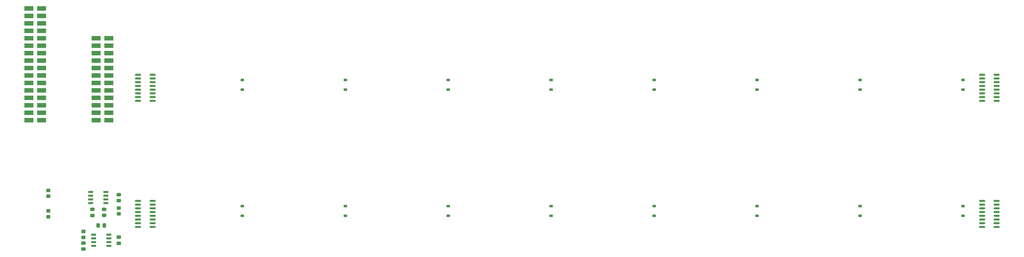
<source format=gbr>
%TF.GenerationSoftware,KiCad,Pcbnew,7.0.7*%
%TF.CreationDate,2024-01-26T16:38:04-05:00*%
%TF.ProjectId,midi-controller_main-board,6d696469-2d63-46f6-9e74-726f6c6c6572,rev?*%
%TF.SameCoordinates,Original*%
%TF.FileFunction,Paste,Top*%
%TF.FilePolarity,Positive*%
%FSLAX46Y46*%
G04 Gerber Fmt 4.6, Leading zero omitted, Abs format (unit mm)*
G04 Created by KiCad (PCBNEW 7.0.7) date 2024-01-26 16:38:04*
%MOMM*%
%LPD*%
G01*
G04 APERTURE LIST*
G04 Aperture macros list*
%AMRoundRect*
0 Rectangle with rounded corners*
0 $1 Rounding radius*
0 $2 $3 $4 $5 $6 $7 $8 $9 X,Y pos of 4 corners*
0 Add a 4 corners polygon primitive as box body*
4,1,4,$2,$3,$4,$5,$6,$7,$8,$9,$2,$3,0*
0 Add four circle primitives for the rounded corners*
1,1,$1+$1,$2,$3*
1,1,$1+$1,$4,$5*
1,1,$1+$1,$6,$7*
1,1,$1+$1,$8,$9*
0 Add four rect primitives between the rounded corners*
20,1,$1+$1,$2,$3,$4,$5,0*
20,1,$1+$1,$4,$5,$6,$7,0*
20,1,$1+$1,$6,$7,$8,$9,0*
20,1,$1+$1,$8,$9,$2,$3,0*%
G04 Aperture macros list end*
%ADD10RoundRect,0.250000X-0.450000X0.350000X-0.450000X-0.350000X0.450000X-0.350000X0.450000X0.350000X0*%
%ADD11RoundRect,0.250000X-0.475000X0.337500X-0.475000X-0.337500X0.475000X-0.337500X0.475000X0.337500X0*%
%ADD12RoundRect,0.225000X0.375000X-0.225000X0.375000X0.225000X-0.375000X0.225000X-0.375000X-0.225000X0*%
%ADD13RoundRect,0.250000X0.475000X-0.337500X0.475000X0.337500X-0.475000X0.337500X-0.475000X-0.337500X0*%
%ADD14RoundRect,0.250000X0.337500X0.475000X-0.337500X0.475000X-0.337500X-0.475000X0.337500X-0.475000X0*%
%ADD15R,3.048000X1.524000*%
%ADD16RoundRect,0.150000X0.825000X0.150000X-0.825000X0.150000X-0.825000X-0.150000X0.825000X-0.150000X0*%
%ADD17RoundRect,0.150000X-0.825000X-0.150000X0.825000X-0.150000X0.825000X0.150000X-0.825000X0.150000X0*%
%ADD18RoundRect,0.250000X0.450000X-0.350000X0.450000X0.350000X-0.450000X0.350000X-0.450000X-0.350000X0*%
%ADD19RoundRect,0.150000X-0.725000X-0.150000X0.725000X-0.150000X0.725000X0.150000X-0.725000X0.150000X0*%
%ADD20RoundRect,0.150000X0.725000X0.150000X-0.725000X0.150000X-0.725000X-0.150000X0.725000X-0.150000X0*%
G04 APERTURE END LIST*
D10*
%TO.C,R3*%
X59178000Y-164554000D03*
X59178000Y-166554000D03*
%TD*%
D11*
%TO.C,C2*%
X78178000Y-170976500D03*
X78178000Y-173051500D03*
%TD*%
D12*
%TO.C,D5*%
X265178000Y-130204000D03*
X265178000Y-126904000D03*
%TD*%
%TO.C,D8*%
X370178000Y-130204000D03*
X370178000Y-126904000D03*
%TD*%
D13*
%TO.C,C5*%
X83178000Y-182591500D03*
X83178000Y-180516500D03*
%TD*%
D12*
%TO.C,D2*%
X160178000Y-130204000D03*
X160178000Y-126904000D03*
%TD*%
D14*
%TO.C,C7*%
X78215500Y-176554000D03*
X76140500Y-176554000D03*
%TD*%
D13*
%TO.C,C6*%
X71178000Y-184591500D03*
X71178000Y-182516500D03*
%TD*%
D15*
%TO.C,A1*%
X52589000Y-102504000D03*
X56907000Y-102504000D03*
X52589000Y-105044000D03*
X56907000Y-105044000D03*
X52589000Y-107584000D03*
X56907000Y-107584000D03*
X52589000Y-110124000D03*
X56907000Y-110124000D03*
X52589000Y-112664000D03*
X56907000Y-112664000D03*
X52589000Y-115204000D03*
X56907000Y-115204000D03*
X52589000Y-117744000D03*
X56907000Y-117744000D03*
X52589000Y-120284000D03*
X56907000Y-120284000D03*
X52589000Y-122824000D03*
X56907000Y-122824000D03*
X52589000Y-125364000D03*
X56907000Y-125364000D03*
X52589000Y-127904000D03*
X56907000Y-127904000D03*
X52589000Y-130444000D03*
X56907000Y-130444000D03*
X52589000Y-132984000D03*
X56907000Y-132984000D03*
X52589000Y-135524000D03*
X56907000Y-135524000D03*
X52589000Y-138064000D03*
X56907000Y-138064000D03*
X52589000Y-140604000D03*
X56907000Y-140604000D03*
X75449000Y-140604000D03*
X79767000Y-140604000D03*
X75449000Y-138064000D03*
X79767000Y-138064000D03*
X75449000Y-135524000D03*
X79767000Y-135524000D03*
X75449000Y-132984000D03*
X79767000Y-132984000D03*
X75449000Y-130444000D03*
X79767000Y-130444000D03*
X75449000Y-127904000D03*
X79767000Y-127904000D03*
X75449000Y-125364000D03*
X79767000Y-125364000D03*
X75449000Y-122824000D03*
X79767000Y-122824000D03*
X75449000Y-120284000D03*
X79767000Y-120284000D03*
X75449000Y-117744000D03*
X79767000Y-117744000D03*
X75449000Y-115204000D03*
X79767000Y-115204000D03*
X75449000Y-112664000D03*
X79767000Y-112664000D03*
%TD*%
D12*
%TO.C,D10*%
X160178000Y-173204000D03*
X160178000Y-169904000D03*
%TD*%
D10*
%TO.C,R1*%
X71178000Y-178554000D03*
X71178000Y-180554000D03*
%TD*%
D12*
%TO.C,D6*%
X300178000Y-130204000D03*
X300178000Y-126904000D03*
%TD*%
D16*
%TO.C,U3*%
X94653000Y-176999000D03*
X94653000Y-175729000D03*
X94653000Y-174459000D03*
X94653000Y-173189000D03*
X94653000Y-171919000D03*
X94653000Y-170649000D03*
X94653000Y-169379000D03*
X94653000Y-168109000D03*
X89703000Y-168109000D03*
X89703000Y-169379000D03*
X89703000Y-170649000D03*
X89703000Y-171919000D03*
X89703000Y-173189000D03*
X89703000Y-174459000D03*
X89703000Y-175729000D03*
X89703000Y-176999000D03*
%TD*%
D12*
%TO.C,D12*%
X230178000Y-173204000D03*
X230178000Y-169904000D03*
%TD*%
%TO.C,D15*%
X335178000Y-173204000D03*
X335178000Y-169904000D03*
%TD*%
%TO.C,D4*%
X230178000Y-130204000D03*
X230178000Y-126904000D03*
%TD*%
D11*
%TO.C,C3*%
X74178000Y-171014000D03*
X74178000Y-173089000D03*
%TD*%
D12*
%TO.C,D13*%
X265178000Y-173204000D03*
X265178000Y-169904000D03*
%TD*%
D17*
%TO.C,U4*%
X376703000Y-168109000D03*
X376703000Y-169379000D03*
X376703000Y-170649000D03*
X376703000Y-171919000D03*
X376703000Y-173189000D03*
X376703000Y-174459000D03*
X376703000Y-175729000D03*
X376703000Y-176999000D03*
X381653000Y-176999000D03*
X381653000Y-175729000D03*
X381653000Y-174459000D03*
X381653000Y-173189000D03*
X381653000Y-171919000D03*
X381653000Y-170649000D03*
X381653000Y-169379000D03*
X381653000Y-168109000D03*
%TD*%
D18*
%TO.C,R4*%
X59178000Y-173554000D03*
X59178000Y-171554000D03*
%TD*%
D12*
%TO.C,D16*%
X370178000Y-173204000D03*
X370178000Y-169904000D03*
%TD*%
D13*
%TO.C,C8*%
X83178000Y-168051500D03*
X83178000Y-165976500D03*
%TD*%
D19*
%TO.C,U6*%
X74603000Y-179649000D03*
X74603000Y-180919000D03*
X74603000Y-182189000D03*
X74603000Y-183459000D03*
X79753000Y-183459000D03*
X79753000Y-182189000D03*
X79753000Y-180919000D03*
X79753000Y-179649000D03*
%TD*%
D18*
%TO.C,R2*%
X83178000Y-172554000D03*
X83178000Y-170554000D03*
%TD*%
D12*
%TO.C,D3*%
X195178000Y-130204000D03*
X195178000Y-126904000D03*
%TD*%
%TO.C,D14*%
X300178000Y-173204000D03*
X300178000Y-169904000D03*
%TD*%
D16*
%TO.C,U1*%
X94653000Y-133999000D03*
X94653000Y-132729000D03*
X94653000Y-131459000D03*
X94653000Y-130189000D03*
X94653000Y-128919000D03*
X94653000Y-127649000D03*
X94653000Y-126379000D03*
X94653000Y-125109000D03*
X89703000Y-125109000D03*
X89703000Y-126379000D03*
X89703000Y-127649000D03*
X89703000Y-128919000D03*
X89703000Y-130189000D03*
X89703000Y-131459000D03*
X89703000Y-132729000D03*
X89703000Y-133999000D03*
%TD*%
D12*
%TO.C,D9*%
X125178000Y-173204000D03*
X125178000Y-169904000D03*
%TD*%
D20*
%TO.C,U12*%
X78753000Y-168919000D03*
X78753000Y-167649000D03*
X78753000Y-166379000D03*
X78753000Y-165109000D03*
X73603000Y-165109000D03*
X73603000Y-166379000D03*
X73603000Y-167649000D03*
X73603000Y-168919000D03*
%TD*%
D12*
%TO.C,D11*%
X195178000Y-173204000D03*
X195178000Y-169904000D03*
%TD*%
%TO.C,D1*%
X125178000Y-130204000D03*
X125178000Y-126904000D03*
%TD*%
%TO.C,D7*%
X335178000Y-130204000D03*
X335178000Y-126904000D03*
%TD*%
D17*
%TO.C,U2*%
X376703000Y-125109000D03*
X376703000Y-126379000D03*
X376703000Y-127649000D03*
X376703000Y-128919000D03*
X376703000Y-130189000D03*
X376703000Y-131459000D03*
X376703000Y-132729000D03*
X376703000Y-133999000D03*
X381653000Y-133999000D03*
X381653000Y-132729000D03*
X381653000Y-131459000D03*
X381653000Y-130189000D03*
X381653000Y-128919000D03*
X381653000Y-127649000D03*
X381653000Y-126379000D03*
X381653000Y-125109000D03*
%TD*%
M02*

</source>
